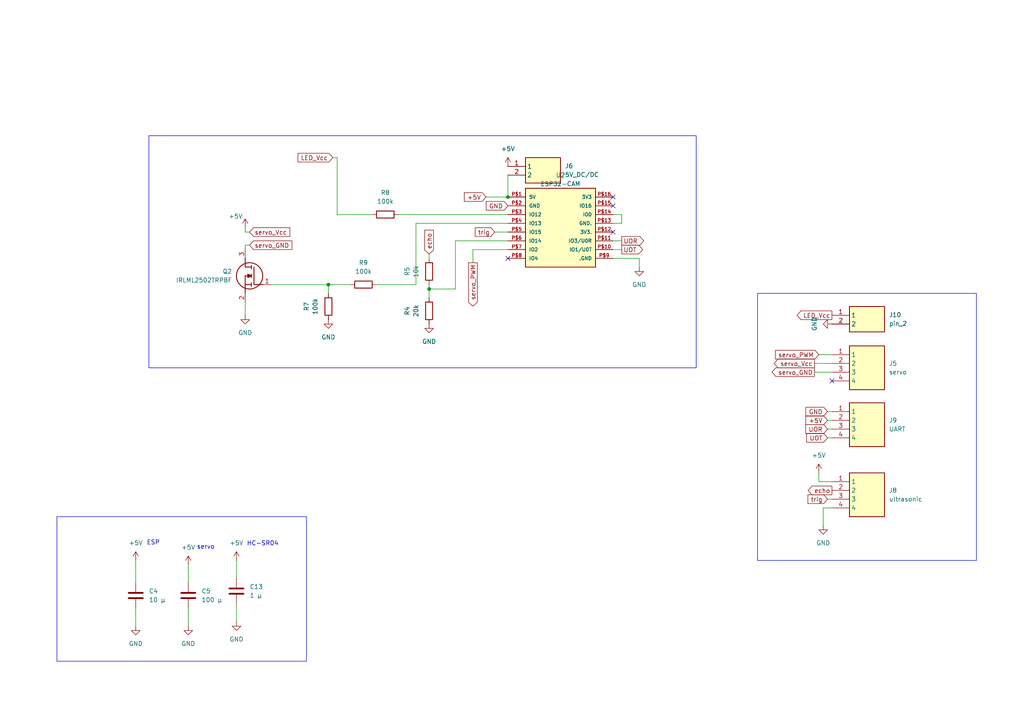
<source format=kicad_sch>
(kicad_sch (version 20250114) (generator "eeschema") (generator_version "9.0")
  (paper "A4")
  (lib_symbols
    (symbol "ESP32-CAM:ESP32-CAM" (pin_names (offset 1.016))
      (property "Reference" "U" (at -10.16 20.32 0))
      (property "Value" "ESP32-CAM" (at 0 0 0))
      (symbol "ESP32-CAM_0_0"
        (rectangle (start -10.16 -5.08) (end 10.16 17.78) (stroke (width 0.254)) (fill (type background)))
        (pin bidirectional line (at -15.24 15.24 0) (length 5.08) (name "5V") (number "P$1"))
        (pin bidirectional line (at -15.24 12.7 0) (length 5.08) (name "GND") (number "P$2"))
        (pin bidirectional line (at -15.24 10.16 0) (length 5.08) (name "IO12") (number "P$3"))
        (pin bidirectional line (at -15.24 7.62 0) (length 5.08) (name "IO13") (number "P$4"))
        (pin bidirectional line (at -15.24 5.08 0) (length 5.08) (name "IO15") (number "P$5"))
        (pin bidirectional line (at -15.24 2.54 0) (length 5.08) (name "IO14") (number "P$6"))
        (pin bidirectional line (at -15.24 0 0) (length 5.08) (name "IO2") (number "P$7"))
        (pin bidirectional line (at -15.24 -2.54 0) (length 5.08) (name "IO4") (number "P$8"))
        (pin bidirectional line (at 15.24 15.24 180) (length 5.08) (name "3V3") (number "P$16"))
        (pin bidirectional line (at 15.24 12.7 180) (length 5.08) (name "IO16") (number "P$15"))
        (pin bidirectional line (at 15.24 10.16 180) (length 5.08) (name "IO0") (number "P$14"))
        (pin bidirectional line (at 15.24 7.62 180) (length 5.08) (name "GND.") (number "P$13"))
        (pin bidirectional line (at 15.24 5.08 180) (length 5.08) (name "3V3.") (number "P$12"))
        (pin bidirectional line (at 15.24 2.54 180) (length 5.08) (name "IO3/U0R") (number "P$11"))
        (pin bidirectional line (at 15.24 0 180) (length 5.08) (name "IO1/U0T") (number "P$10"))
        (pin bidirectional line (at 15.24 -2.54 180) (length 5.08) (name ".GND") (number "P$9"))
      )
    )
    (symbol "R_1" (pin_numbers (hide yes)) (pin_names (offset 0))
      (property "Reference" "R9" (at 6.35 0 90))
      (property "Value" "100" (at 3.81 0 90))
      (symbol "R_1_0_1"
        (rectangle (start -1.016 -2.54) (end 1.016 2.54) (stroke (width 0.254)))
      )
      (symbol "R_1_1_1"
        (pin passive line (at 0 3.81 270) (length 1.27) (name "~") (number "1"))
        (pin passive line (at 0 -3.81 90) (length 1.27) (name "~") (number "2"))
      )
    )
    (symbol "bird-feeder:C" (pin_numbers (hide yes)) (pin_names (offset 0.254))
      (property "Reference" "C" (at 0.635 2.54 0))
      (property "Value" "C" (at 0.635 -2.54 0))
      (symbol "C_0_1"
        (polyline (pts (xy -2.032 0.762) (xy 2.032 0.762)) (stroke (width 0.508)))
        (polyline (pts (xy -2.032 -0.762) (xy 2.032 -0.762)) (stroke (width 0.508)))
      )
      (symbol "C_1_1"
        (pin passive line (at 0 3.81 270) (length 2.794) (name "~") (number "1"))
        (pin passive line (at 0 -3.81 90) (length 2.794) (name "~") (number "2"))
      )
    )
    (symbol "bird-feeder:IRLML2502TRPBF" (pin_names (hide yes))
      (property "Reference" "Q" (at 11.43 3.81 0))
      (property "Value" "IRLML2502TRPBF" (at 11.43 1.27 0))
      (symbol "IRLML2502TRPBF_1_1"
        (polyline (pts (xy 2.54 0) (xy 5.08 0)) (stroke (width 0.254)))
        (polyline (pts (xy 5.08 5.08) (xy 5.08 0)) (stroke (width 0.254)))
        (polyline (pts (xy 5.842 5.588) (xy 5.842 4.572)) (stroke (width 0.254)))
        (polyline (pts (xy 5.842 2.54) (xy 6.858 3.048) (xy 6.858 2.032) (xy 5.842 2.54)) (stroke (width 0.254)) (fill (type outline)))
        (polyline (pts (xy 5.842 2.032) (xy 5.842 3.048)) (stroke (width 0.254)))
        (polyline (pts (xy 5.842 0) (xy 7.62 0)) (stroke (width 0.254)))
        (polyline (pts (xy 5.842 -0.508) (xy 5.842 0.508)) (stroke (width 0.254)))
        (circle (center 6.35 2.54) (radius 3.81) (stroke (width 0.254)))
        (polyline (pts (xy 7.62 5.08) (xy 5.842 5.08)) (stroke (width 0.254)))
        (polyline (pts (xy 7.62 5.08) (xy 7.62 7.62)) (stroke (width 0.254)))
        (polyline (pts (xy 7.62 2.54) (xy 5.842 2.54)) (stroke (width 0.254)))
        (polyline (pts (xy 7.62 2.54) (xy 7.62 -2.54)) (stroke (width 0.254)))
        (pin passive line (at 0 0 0) (length 2.54) (name "G") (number "1"))
        (pin passive line (at 7.62 10.16 270) (length 2.54) (name "D") (number "3"))
        (pin passive line (at 7.62 -5.08 90) (length 2.54) (name "S") (number "2"))
      )
    )
    (symbol "bird-feeder:R" (pin_numbers (hide yes)) (pin_names (offset 0))
      (property "Reference" "R" (at 2.032 0 90))
      (property "Value" "R" (at 0 0 90))
      (symbol "R_0_1"
        (rectangle (start -1.016 -2.54) (end 1.016 2.54) (stroke (width 0.254)))
      )
      (symbol "R_1_1"
        (pin passive line (at 0 3.81 270) (length 1.27) (name "~") (number "1"))
        (pin passive line (at 0 -3.81 90) (length 1.27) (name "~") (number "2"))
      )
    )
    (symbol "bird-feeder:pin_2"
      (property "Reference" "J" (at 16.51 7.62 0))
      (property "Value" "pin_2" (at 16.51 5.08 0))
      (symbol "pin_2_1_1"
        (rectangle (start 5.08 2.54) (end 15.24 -4.826) (stroke (width 0.254)) (fill (type background)))
        (pin passive line (at 0 0 0) (length 5.08) (name "1") (number "1"))
        (pin passive line (at 0 -2.54 0) (length 5.08) (name "2") (number "2"))
      )
    )
    (symbol "bird-feeder:pin_4"
      (property "Reference" "J" (at 16.51 7.62 0))
      (property "Value" "pin_4" (at 16.51 5.08 0))
      (symbol "pin_4_1_1"
        (rectangle (start 5.08 2.54) (end 15.24 -10.16) (stroke (width 0.254)) (fill (type background)))
        (pin passive line (at 0 0 0) (length 5.08) (name "1") (number "1"))
        (pin passive line (at 0 -2.54 0) (length 5.08) (name "2") (number "2"))
        (pin passive line (at 0 -5.08 0) (length 5.08) (name "3") (number "3"))
        (pin passive line (at 0 -7.62 0) (length 5.08) (name "4") (number "4"))
      )
    )
    (symbol "power:+5V" (power) (pin_numbers (hide yes)) (pin_names (offset 0) (hide yes))
      (property "Value" "+5V" (at 0 3.556 0))
      (symbol "+5V_0_1"
        (polyline (pts (xy -0.762 1.27) (xy 0 2.54)))
        (polyline (pts (xy 0 2.54) (xy 0.762 1.27)))
        (polyline (pts (xy 0 0) (xy 0 2.54)))
      )
      (symbol "+5V_1_1"
        (pin power_in line (at 0 0 90) (length 0) (name "~") (number "1"))
      )
    )
    (symbol "power:GND" (power) (pin_numbers (hide yes)) (pin_names (offset 0) (hide yes))
      (property "Value" "GND" (at 0 -3.81 0))
      (symbol "GND_0_1"
        (polyline (pts (xy 0 0) (xy 0 -1.27) (xy 1.27 -1.27) (xy 0 -2.54) (xy -1.27 -1.27) (xy 0 -1.27)))
      )
      (symbol "GND_1_1"
        (pin power_in line (at 0 0 270) (length 0) (name "~") (number "1"))
      )
    )
  )
  (rectangle (start 219.71 85.09) (end 283.21 162.56))
  (rectangle (start 16.51 149.86) (end 88.9 191.77))
  (rectangle (start 43.18 39.37) (end 201.93 106.68))
  (text "HC-SR04" (at 76.2 157.734 0) (effects (font (size 1.27 1.27))))
  (text "servo" (at 59.69 158.75 0) (effects (font (size 1.27 1.27))))
  (text "ESP" (at 44.45 157.48 0) (effects (font (size 1.27 1.27))))
  (junction (at 124.46 83.82))
  (junction (at 147.32 57.15))
  (junction (at 95.25 82.55))
  (no_connect (at 147.32 74.93))
  (no_connect (at 241.3 110.49))
  (no_connect (at 177.8 67.31))
  (no_connect (at 177.8 57.15))
  (no_connect (at 177.8 59.69))
  (wire (pts (xy 95.25 82.55) (xy 95.25 85.09)))
  (wire (pts (xy 237.49 139.7) (xy 237.49 137.16)))
  (wire (pts (xy 236.22 107.95) (xy 241.3 107.95)))
  (wire (pts (xy 39.37 176.53) (xy 39.37 181.61)))
  (wire (pts (xy 120.65 64.77) (xy 120.65 82.55)))
  (wire (pts (xy 97.79 62.23) (xy 107.95 62.23)))
  (wire (pts (xy 180.34 69.85) (xy 177.8 69.85)))
  (wire (pts (xy 241.3 139.7) (xy 237.49 139.7)))
  (wire (pts (xy 180.34 72.39) (xy 177.8 72.39)))
  (wire (pts (xy 236.22 105.41) (xy 241.3 105.41)))
  (wire (pts (xy 124.46 82.55) (xy 124.46 83.82)))
  (wire (pts (xy 185.42 74.93) (xy 185.42 77.47)))
  (wire (pts (xy 132.08 69.85) (xy 132.08 83.82)))
  (wire (pts (xy 54.61 163.83) (xy 54.61 168.91)))
  (wire (pts (xy 97.79 45.72) (xy 97.79 62.23)))
  (wire (pts (xy 137.16 76.2) (xy 137.16 72.39)))
  (wire (pts (xy 78.74 82.55) (xy 95.25 82.55)))
  (wire (pts (xy 240.03 144.78) (xy 241.3 144.78)))
  (wire (pts (xy 240.03 127) (xy 241.3 127)))
  (wire (pts (xy 71.12 66.04) (xy 71.12 67.31)))
  (wire (pts (xy 240.03 124.46) (xy 241.3 124.46)))
  (wire (pts (xy 177.8 62.23) (xy 180.34 62.23)))
  (wire (pts (xy 180.34 62.23) (xy 180.34 64.77)))
  (wire (pts (xy 96.52 45.72) (xy 97.79 45.72)))
  (wire (pts (xy 71.12 91.44) (xy 71.12 87.63)))
  (wire (pts (xy 54.61 176.53) (xy 54.61 181.61)))
  (wire (pts (xy 147.32 69.85) (xy 132.08 69.85)))
  (wire (pts (xy 71.12 67.31) (xy 72.39 67.31)))
  (wire (pts (xy 95.25 82.55) (xy 101.6 82.55)))
  (wire (pts (xy 140.97 57.15) (xy 147.32 57.15)))
  (wire (pts (xy 238.76 147.32) (xy 238.76 152.4)))
  (wire (pts (xy 240.03 121.92) (xy 241.3 121.92)))
  (wire (pts (xy 68.58 175.26) (xy 68.58 180.34)))
  (wire (pts (xy 237.49 102.87) (xy 241.3 102.87)))
  (wire (pts (xy 180.34 64.77) (xy 177.8 64.77)))
  (wire (pts (xy 147.32 50.8) (xy 147.32 57.15)))
  (wire (pts (xy 143.51 67.31) (xy 147.32 67.31)))
  (wire (pts (xy 71.12 71.12) (xy 71.12 72.39)))
  (wire (pts (xy 109.22 82.55) (xy 120.65 82.55)))
  (wire (pts (xy 124.46 83.82) (xy 132.08 83.82)))
  (wire (pts (xy 115.57 62.23) (xy 147.32 62.23)))
  (wire (pts (xy 240.03 119.38) (xy 241.3 119.38)))
  (wire (pts (xy 120.65 64.77) (xy 147.32 64.77)))
  (wire (pts (xy 72.39 71.12) (xy 71.12 71.12)))
  (wire (pts (xy 39.37 162.56) (xy 39.37 168.91)))
  (wire (pts (xy 124.46 73.66) (xy 124.46 74.93)))
  (wire (pts (xy 137.16 72.39) (xy 147.32 72.39)))
  (wire (pts (xy 124.46 83.82) (xy 124.46 86.36)))
  (wire (pts (xy 68.58 162.56) (xy 68.58 167.64)))
  (wire (pts (xy 238.76 147.32) (xy 241.3 147.32)))
  (wire (pts (xy 177.8 74.93) (xy 185.42 74.93)))
  (global_label "trig" (shape input) (at 240.03 144.78 180) (property "Intersheetrefs" "${INTERSHEET_REFS}" (effects (hide yes))))
  (global_label "+5V" (shape input) (at 140.97 57.15 180) (property "Intersheetrefs" "${INTERSHEET_REFS}" (effects (hide yes))))
  (global_label "trig" (shape input) (at 143.51 67.31 180) (property "Intersheetrefs" "${INTERSHEET_REFS}" (effects (hide yes))))
  (global_label "LED_Vcc" (shape output) (at 241.3 91.44 180) (property "Intersheetrefs" "${INTERSHEET_REFS}" (effects (hide yes))))
  (global_label "GND" (shape input) (at 147.32 59.69 180) (property "Intersheetrefs" "${INTERSHEET_REFS}" (effects (hide yes))))
  (global_label "+5V" (shape input) (at 240.03 121.92 180) (property "Intersheetrefs" "${INTERSHEET_REFS}" (effects (hide yes))))
  (global_label "GND" (shape input) (at 240.03 119.38 180) (property "Intersheetrefs" "${INTERSHEET_REFS}" (effects (hide yes))))
  (global_label "servo_PWM" (shape input) (at 237.49 102.87 180) (property "Intersheetrefs" "${INTERSHEET_REFS}" (effects (hide yes))))
  (global_label "echo" (shape output) (at 241.3 142.24 180) (property "Intersheetrefs" "${INTERSHEET_REFS}" (effects (hide yes))))
  (global_label "servo_Vcc" (shape input) (at 72.39 67.31 0) (property "Intersheetrefs" "${INTERSHEET_REFS}" (effects (hide yes))))
  (global_label "echo" (shape input) (at 124.46 73.66 90) (property "Intersheetrefs" "${INTERSHEET_REFS}" (effects (hide yes))))
  (global_label "servo_PWM" (shape output) (at 137.16 76.2 270) (property "Intersheetrefs" "${INTERSHEET_REFS}" (effects (hide yes))))
  (global_label "servo_GND" (shape input) (at 72.39 71.12 0) (property "Intersheetrefs" "${INTERSHEET_REFS}" (effects (hide yes))))
  (global_label "servo_GND" (shape output) (at 236.22 107.95 180) (property "Intersheetrefs" "${INTERSHEET_REFS}" (effects (hide yes))))
  (global_label "UOT" (shape output) (at 180.34 72.39 0) (property "Intersheetrefs" "${INTERSHEET_REFS}" (effects (hide yes))))
  (global_label "UOT" (shape input) (at 240.03 127 180) (property "Intersheetrefs" "${INTERSHEET_REFS}" (effects (hide yes))))
  (global_label "UOR" (shape input) (at 240.03 124.46 180) (property "Intersheetrefs" "${INTERSHEET_REFS}" (effects (hide yes))))
  (global_label "UOR" (shape output) (at 180.34 69.85 0) (property "Intersheetrefs" "${INTERSHEET_REFS}" (effects (hide yes))))
  (global_label "LED_Vcc" (shape input) (at 96.52 45.72 180) (property "Intersheetrefs" "${INTERSHEET_REFS}" (effects (hide yes))))
  (global_label "servo_Vcc" (shape output) (at 236.22 105.41 180) (property "Intersheetrefs" "${INTERSHEET_REFS}" (effects (hide yes))))
  (symbol (lib_id "power:+5V") (at 54.61 163.83 0) (unit 1)
    (property "Reference" "#PWR031" (effects (hide yes)))
    (property "Value" "+5V" (at 54.61 158.75 0))
    (property "Description" "Power symbol creates a global label with name \"+5V\"" (effects (hide yes)))
  )
  (symbol (lib_id "bird-feeder:IRLML2502TRPBF") (at 78.74 82.55 0) (mirror y) (unit 1)
    (property "Reference" "Q2" (at 67.31 78.7399 0) (effects (justify left)))
    (property "Value" "IRLML2502TRPBF" (at 67.31 81.2799 0) (effects (justify left)))
    (property "Footprint" "bird-feeder:IRL_SOT95P237X112-3N" (effects (hide yes)))
    (property "Description" "IRLML2502TRPBF N-Channel MOSFET, 4.2 A, 20 V IRLML2502, 3-Pin SOT-23 Infineon" (effects (hide yes)))
    (property "Height" "1.12" (effects (hide yes)))
    (property "Manufacturer_Name" "Infineon" (effects (hide yes)))
    (property "Manufacturer_Part_Number" "IRLML2502TRPBF" (effects (hide yes)))
  )
  (symbol (lib_id "power:+5V") (at 147.32 48.26 0) (unit 1)
    (property "Reference" "#PWR022" (effects (hide yes)))
    (property "Value" "+5V" (at 147.32 43.18 0))
    (property "Description" "Power symbol creates a global label with name \"+5V\"" (effects (hide yes)))
  )
  (symbol (lib_id "bird-feeder:C") (at 39.37 172.72 0) (unit 1)
    (property "Reference" "C4" (at 43.18 171.4499 0) (effects (justify left)))
    (property "Value" "10 μ" (at 43.18 173.9899 0) (effects (justify left)))
    (property "Footprint" "Capacitor_SMD:C_0603_1608Metric" (effects (hide yes)))
    (property "Description" "Unpolarized capacitor" (effects (hide yes)))
  )
  (symbol (lib_id "bird-feeder:C") (at 68.58 171.45 0) (unit 1)
    (property "Reference" "C13" (at 72.39 170.1799 0) (effects (justify left)))
    (property "Value" "1 μ" (at 72.39 172.7199 0) (effects (justify left)))
    (property "Footprint" "Capacitor_SMD:C_0603_1608Metric" (effects (hide yes)))
    (property "Description" "Unpolarized capacitor" (effects (hide yes)))
  )
  (symbol (lib_id "power:+5V") (at 237.49 137.16 0) (unit 1)
    (property "Reference" "#PWR016" (effects (hide yes)))
    (property "Value" "+5V" (at 237.49 132.08 0))
    (property "Description" "Power symbol creates a global label with name \"+5V\"" (effects (hide yes)))
  )
  (symbol (lib_id "power:GND") (at 185.42 77.47 0) (unit 1)
    (property "Reference" "#PWR015" (effects (hide yes)))
    (property "Value" "GND" (at 185.42 82.55 0))
    (property "Description" "Power symbol creates a global label with name \"GND\" , ground" (effects (hide yes)))
  )
  (symbol (lib_id "power:+5V") (at 71.12 66.04 0) (unit 1)
    (property "Reference" "#PWR014" (effects (hide yes)))
    (property "Value" "+5V" (at 68.326 62.738 0))
    (property "Description" "Power symbol creates a global label with name \"+5V\"" (effects (hide yes)))
  )
  (symbol (lib_id "power:GND") (at 71.12 91.44 0) (unit 1)
    (property "Reference" "#PWR023" (effects (hide yes)))
    (property "Value" "GND" (at 71.12 96.52 0))
    (property "Description" "Power symbol creates a global label with name \"GND\" , ground" (effects (hide yes)))
  )
  (symbol (lib_id "bird-feeder:C") (at 54.61 172.72 0) (unit 1)
    (property "Reference" "C5" (at 58.42 171.4499 0) (effects (justify left)))
    (property "Value" "100 μ" (at 58.42 173.9899 0) (effects (justify left)))
    (property "Footprint" "Capacitor_SMD:C_0603_1608Metric" (effects (hide yes)))
    (property "Description" "Unpolarized capacitor" (effects (hide yes)))
  )
  (symbol (lib_name "R_1") (lib_id "bird-feeder:R") (at 105.41 82.55 270) (mirror x) (unit 1)
    (property "Reference" "R9" (at 105.41 76.2 90))
    (property "Value" "100k" (at 105.41 78.74 90))
    (property "Footprint" "Resistor_THT:R_Axial_DIN0204_L3.6mm_D1.6mm_P5.08mm_Horizontal" (effects (hide yes)))
    (property "Description" "Resistor" (effects (hide yes)))
  )
  (symbol (lib_id "power:GND") (at 124.46 93.98 0) (unit 1)
    (property "Reference" "#PWR026" (effects (hide yes)))
    (property "Value" "GND" (at 124.46 99.06 0))
    (property "Description" "Power symbol creates a global label with name \"GND\" , ground" (effects (hide yes)))
  )
  (symbol (lib_id "ESP32-CAM:ESP32-CAM") (at 162.56 72.39 0) (unit 1)
    (property "Reference" "U2" (at 162.56 50.8 0))
    (property "Value" "ESP32-CAM" (at 162.56 53.34 0))
    (property "Footprint" "Library:ESP32-CAM" (effects (hide yes)))
    (property "MF" "AI-Thinker" (effects (hide yes)))
    (property "DESCRIPTION" "ESP32 ESP32 Transceiver; 802.11 a/b/g/n (Wi-Fi, WiFi, WLAN), Bluetooth® Smart 4.x Low Energy (BLE) Evaluation Board" (effects (hide yes)))
    (property "PACKAGE" "None" (effects (hide yes)))
    (property "PRICE" "None" (effects (hide yes)))
    (property "Package" "None" (effects (hide yes)))
    (property "Check_prices" "https://www.snapeda.com/parts/ESP32-CAM/AI-Thinker/view-part/?ref=eda" (effects (hide yes)))
    (property "Price" "None" (effects (hide yes)))
    (property "SnapEDA_Link" "https://www.snapeda.com/parts/ESP32-CAM/AI-Thinker/view-part/?ref=snap" (effects (hide yes)))
    (property "MP" "ESP32-CAM" (effects (hide yes)))
    (property "Availability" "Not in stock" (effects (hide yes)))
    (property "AVAILABILITY" "Not in stock" (effects (hide yes)))
    (property "Description_1" "ESP32 ESP32 Transceiver; 802.11 a/b/g/n (Wi-Fi, WiFi, WLAN), Bluetooth® Smart 4.x Low Energy (BLE) Evaluation Board" (effects (hide yes)))
  )
  (symbol (lib_id "power:GND") (at 238.76 152.4 0) (unit 1)
    (property "Reference" "#PWR064" (effects (hide yes)))
    (property "Value" "GND" (at 238.76 157.48 0))
    (property "Description" "Power symbol creates a global label with name \"GND\" , ground" (effects (hide yes)))
  )
  (symbol (lib_id "power:GND") (at 241.3 93.98 270) (unit 1)
    (property "Reference" "#PWR09" (effects (hide yes)))
    (property "Value" "GND" (at 236.22 93.98 0))
    (property "Description" "Power symbol creates a global label with name \"GND\" , ground" (effects (hide yes)))
  )
  (symbol (lib_name "R_1") (lib_id "bird-feeder:R") (at 124.46 78.74 0) (mirror y) (unit 1)
    (property "Reference" "R5" (at 118.11 78.74 90))
    (property "Value" "10k" (at 120.65 78.74 90))
    (property "Footprint" "Resistor_THT:R_Axial_DIN0204_L3.6mm_D1.6mm_P5.08mm_Horizontal" (effects (hide yes)))
    (property "Description" "Resistor" (effects (hide yes)))
  )
  (symbol (lib_id "bird-feeder:pin_2") (at 241.3 91.44 0) (unit 1)
    (property "Reference" "J10" (at 257.81 91.3129 0) (effects (justify left)))
    (property "Value" "pin_2" (at 257.81 93.8529 0) (effects (justify left)))
    (property "Footprint" "bird-feeder:pin_2_RHDR4W60P0X254_1X4_1016X250X840P_1" (effects (hide yes)))
    (property "Datasheet" "https://www.tme.eu/Document/951e887d7e645db1a4e49e0834499c9b/zl262-sg.pdf" (effects (hide yes)))
    (property "Description" "Socket; pin strips; female; PIN: 4; straight; 2.54mm; THT; 1x4; 3A" (effects (hide yes)))
    (property "Height" "8.4" (effects (hide yes)))
    (property "Manufacturer_Name" "Connfly" (effects (hide yes)))
    (property "Manufacturer_Part_Number" "DS1023-1*4S21" (effects (hide yes)))
  )
  (symbol (lib_id "power:GND") (at 54.61 181.61 0) (unit 1)
    (property "Reference" "#PWR038" (effects (hide yes)))
    (property "Value" "GND" (at 54.61 186.69 0))
    (property "Description" "Power symbol creates a global label with name \"GND\" , ground" (effects (hide yes)))
  )
  (symbol (lib_id "bird-feeder:pin_4") (at 241.3 102.87 0) (unit 1)
    (property "Reference" "J5" (at 257.81 105.4099 0) (effects (justify left)))
    (property "Value" "servo" (at 257.81 107.9499 0) (effects (justify left)))
    (property "Footprint" "bird-feeder:pin_4_RHDR4W60P0X254_1X4_1016X250X840P" (effects (hide yes)))
    (property "Datasheet" "https://www.tme.eu/Document/951e887d7e645db1a4e49e0834499c9b/zl262-sg.pdf" (effects (hide yes)))
    (property "Description" "Socket; pin strips; female; PIN: 4; straight; 2.54mm; THT; 1x4; 3A" (effects (hide yes)))
    (property "Height" "8.4" (effects (hide yes)))
    (property "Manufacturer_Name" "Connfly" (effects (hide yes)))
    (property "Manufacturer_Part_Number" "DS1023-1*4S21" (effects (hide yes)))
  )
  (symbol (lib_id "bird-feeder:pin_4") (at 241.3 119.38 0) (unit 1)
    (property "Reference" "J9" (at 257.81 121.9199 0) (effects (justify left)))
    (property "Value" "UART" (at 257.81 124.4599 0) (effects (justify left)))
    (property "Footprint" "bird-feeder:pin_4_RHDR4W60P0X254_1X4_1016X250X840P" (effects (hide yes)))
    (property "Datasheet" "https://www.tme.eu/Document/951e887d7e645db1a4e49e0834499c9b/zl262-sg.pdf" (effects (hide yes)))
    (property "Description" "Socket; pin strips; female; PIN: 4; straight; 2.54mm; THT; 1x4; 3A" (effects (hide yes)))
    (property "Height" "8.4" (effects (hide yes)))
    (property "Manufacturer_Name" "Connfly" (effects (hide yes)))
    (property "Manufacturer_Part_Number" "DS1023-1*4S21" (effects (hide yes)))
  )
  (symbol (lib_id "power:+5V") (at 68.58 162.56 0) (unit 1)
    (property "Reference" "#PWR032" (effects (hide yes)))
    (property "Value" "+5V" (at 68.58 157.48 0))
    (property "Description" "Power symbol creates a global label with name \"+5V\"" (effects (hide yes)))
  )
  (symbol (lib_id "power:GND") (at 95.25 92.71 0) (unit 1)
    (property "Reference" "#PWR024" (effects (hide yes)))
    (property "Value" "GND" (at 95.25 97.79 0))
    (property "Description" "Power symbol creates a global label with name \"GND\" , ground" (effects (hide yes)))
  )
  (symbol (lib_id "power:GND") (at 68.58 180.34 0) (unit 1)
    (property "Reference" "#PWR039" (effects (hide yes)))
    (property "Value" "GND" (at 68.58 185.42 0))
    (property "Description" "Power symbol creates a global label with name \"GND\" , ground" (effects (hide yes)))
  )
  (symbol (lib_name "R_1") (lib_id "bird-feeder:R") (at 95.25 88.9 0) (mirror y) (unit 1)
    (property "Reference" "R7" (at 88.9 88.9 90))
    (property "Value" "100k" (at 91.44 88.9 90))
    (property "Footprint" "Resistor_THT:R_Axial_DIN0204_L3.6mm_D1.6mm_P5.08mm_Horizontal" (effects (hide yes)))
    (property "Description" "Resistor" (effects (hide yes)))
  )
  (symbol (lib_name "R_1") (lib_id "bird-feeder:R") (at 124.46 90.17 0) (mirror y) (unit 1)
    (property "Reference" "R4" (at 118.11 90.17 90))
    (property "Value" "20k" (at 120.65 90.17 90))
    (property "Footprint" "Resistor_THT:R_Axial_DIN0204_L3.6mm_D1.6mm_P5.08mm_Horizontal" (effects (hide yes)))
    (property "Description" "Resistor" (effects (hide yes)))
  )
  (symbol (lib_id "bird-feeder:pin_4") (at 241.3 139.7 0) (unit 1)
    (property "Reference" "J8" (at 257.81 142.2399 0) (effects (justify left)))
    (property "Value" "ultrasonic" (at 257.81 144.7799 0) (effects (justify left)))
    (property "Footprint" "bird-feeder:pin_4_RHDR4W60P0X254_1X4_1016X250X840P" (effects (hide yes)))
    (property "Datasheet" "https://www.tme.eu/Document/951e887d7e645db1a4e49e0834499c9b/zl262-sg.pdf" (effects (hide yes)))
    (property "Description" "Socket; pin strips; female; PIN: 4; straight; 2.54mm; THT; 1x4; 3A" (effects (hide yes)))
    (property "Height" "8.4" (effects (hide yes)))
    (property "Manufacturer_Name" "Connfly" (effects (hide yes)))
    (property "Manufacturer_Part_Number" "DS1023-1*4S21" (effects (hide yes)))
  )
  (symbol (lib_id "power:GND") (at 39.37 181.61 0) (unit 1)
    (property "Reference" "#PWR036" (effects (hide yes)))
    (property "Value" "GND" (at 39.37 186.69 0))
    (property "Description" "Power symbol creates a global label with name \"GND\" , ground" (effects (hide yes)))
  )
  (symbol (lib_id "bird-feeder:R") (at 111.76 62.23 270) (mirror x) (unit 1)
    (property "Reference" "R8" (at 111.76 55.88 90))
    (property "Value" "100k" (at 111.76 58.42 90))
    (property "Footprint" "Resistor_SMD:R_0603_1608Metric" (effects (hide yes)))
    (property "Description" "Resistor" (effects (hide yes)))
  )
  (symbol (lib_id "power:+5V") (at 39.37 162.56 0) (unit 1)
    (property "Reference" "#PWR029" (effects (hide yes)))
    (property "Value" "+5V" (at 39.37 157.48 0))
    (property "Description" "Power symbol creates a global label with name \"+5V\"" (effects (hide yes)))
  )
  (symbol (lib_id "bird-feeder:pin_2") (at 147.32 48.26 0) (unit 1)
    (property "Reference" "J6" (at 163.83 48.1329 0) (effects (justify left)))
    (property "Value" "5V_DC/DC" (at 163.83 50.6729 0) (effects (justify left)))
    (property "Footprint" "bird-feeder:pin_2_RHDR4W60P0X254_1X4_1016X250X840P_1" (effects (hide yes)))
    (property "Datasheet" "https://www.tme.eu/Document/951e887d7e645db1a4e49e0834499c9b/zl262-sg.pdf" (effects (hide yes)))
    (property "Description" "Socket; pin strips; female; PIN: 4; straight; 2.54mm; THT; 1x4; 3A" (effects (hide yes)))
    (property "Height" "8.4" (effects (hide yes)))
    (property "Manufacturer_Name" "Connfly" (effects (hide yes)))
    (property "Manufacturer_Part_Number" "DS1023-1*4S21" (effects (hide yes)))
  )
)
</source>
